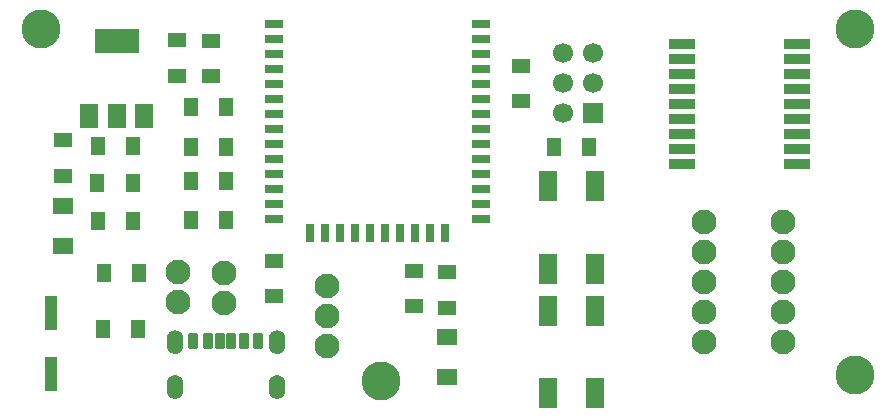
<source format=gbr>
%TF.GenerationSoftware,KiCad,Pcbnew,9.0.6*%
%TF.CreationDate,2026-01-13T16:21:38+05:30*%
%TF.ProjectId,Pen_Plotter,50656e5f-506c-46f7-9474-65722e6b6963,rev?*%
%TF.SameCoordinates,Original*%
%TF.FileFunction,Soldermask,Top*%
%TF.FilePolarity,Negative*%
%FSLAX46Y46*%
G04 Gerber Fmt 4.6, Leading zero omitted, Abs format (unit mm)*
G04 Created by KiCad (PCBNEW 9.0.6) date 2026-01-13 16:21:38*
%MOMM*%
%LPD*%
G01*
G04 APERTURE LIST*
G04 Aperture macros list*
%AMRoundRect*
0 Rectangle with rounded corners*
0 $1 Rounding radius*
0 $2 $3 $4 $5 $6 $7 $8 $9 X,Y pos of 4 corners*
0 Add a 4 corners polygon primitive as box body*
4,1,4,$2,$3,$4,$5,$6,$7,$8,$9,$2,$3,0*
0 Add four circle primitives for the rounded corners*
1,1,$1+$1,$2,$3*
1,1,$1+$1,$4,$5*
1,1,$1+$1,$6,$7*
1,1,$1+$1,$8,$9*
0 Add four rect primitives between the rounded corners*
20,1,$1+$1,$2,$3,$4,$5,0*
20,1,$1+$1,$4,$5,$6,$7,0*
20,1,$1+$1,$6,$7,$8,$9,0*
20,1,$1+$1,$8,$9,$2,$3,0*%
G04 Aperture macros list end*
%ADD10C,0.010000*%
%ADD11C,3.300000*%
%ADD12R,1.500000X2.000000*%
%ADD13R,3.800000X2.000000*%
%ADD14R,1.700000X1.700000*%
%ADD15C,1.700000*%
%ADD16R,1.600000X1.200000*%
%ADD17R,1.200000X1.600000*%
%ADD18C,2.100000*%
%ADD19RoundRect,0.102000X-1.016000X0.330200X-1.016000X-0.330200X1.016000X-0.330200X1.016000X0.330200X0*%
%ADD20R,1.700000X1.400000*%
%ADD21R,1.000000X3.000000*%
%ADD22RoundRect,0.102000X-0.300000X-0.600000X0.300000X-0.600000X0.300000X0.600000X-0.300000X0.600000X0*%
%ADD23R,1.500000X2.500000*%
%ADD24R,1.500000X0.800000*%
%ADD25R,0.800000X1.500000*%
G04 APERTURE END LIST*
D10*
%TO.C,J1*%
X69974000Y-120231000D02*
X70008000Y-120234000D01*
X70042000Y-120238000D01*
X70075000Y-120244000D01*
X70108000Y-120252000D01*
X70141000Y-120262000D01*
X70173000Y-120273000D01*
X70204000Y-120286000D01*
X70235000Y-120301000D01*
X70265000Y-120317000D01*
X70294000Y-120335000D01*
X70322000Y-120354000D01*
X70349000Y-120375000D01*
X70375000Y-120397000D01*
X70400000Y-120420000D01*
X70423000Y-120445000D01*
X70445000Y-120471000D01*
X70466000Y-120498000D01*
X70485000Y-120526000D01*
X70503000Y-120555000D01*
X70519000Y-120585000D01*
X70534000Y-120616000D01*
X70547000Y-120647000D01*
X70558000Y-120679000D01*
X70568000Y-120712000D01*
X70576000Y-120745000D01*
X70582000Y-120778000D01*
X70586000Y-120812000D01*
X70589000Y-120846000D01*
X70590000Y-120880000D01*
X70590000Y-121480000D01*
X70589000Y-121514000D01*
X70586000Y-121548000D01*
X70582000Y-121582000D01*
X70576000Y-121615000D01*
X70568000Y-121648000D01*
X70558000Y-121681000D01*
X70547000Y-121713000D01*
X70534000Y-121744000D01*
X70519000Y-121775000D01*
X70503000Y-121805000D01*
X70485000Y-121834000D01*
X70466000Y-121862000D01*
X70445000Y-121889000D01*
X70423000Y-121915000D01*
X70400000Y-121940000D01*
X70375000Y-121963000D01*
X70349000Y-121985000D01*
X70322000Y-122006000D01*
X70294000Y-122025000D01*
X70265000Y-122043000D01*
X70235000Y-122059000D01*
X70204000Y-122074000D01*
X70173000Y-122087000D01*
X70141000Y-122098000D01*
X70108000Y-122108000D01*
X70075000Y-122116000D01*
X70042000Y-122122000D01*
X70008000Y-122126000D01*
X69974000Y-122129000D01*
X69940000Y-122130000D01*
X69906000Y-122129000D01*
X69872000Y-122126000D01*
X69838000Y-122122000D01*
X69805000Y-122116000D01*
X69772000Y-122108000D01*
X69739000Y-122098000D01*
X69707000Y-122087000D01*
X69676000Y-122074000D01*
X69645000Y-122059000D01*
X69615000Y-122043000D01*
X69586000Y-122025000D01*
X69558000Y-122006000D01*
X69531000Y-121985000D01*
X69505000Y-121963000D01*
X69480000Y-121940000D01*
X69457000Y-121915000D01*
X69435000Y-121889000D01*
X69414000Y-121862000D01*
X69395000Y-121834000D01*
X69377000Y-121805000D01*
X69361000Y-121775000D01*
X69346000Y-121744000D01*
X69333000Y-121713000D01*
X69322000Y-121681000D01*
X69312000Y-121648000D01*
X69304000Y-121615000D01*
X69298000Y-121582000D01*
X69294000Y-121548000D01*
X69291000Y-121514000D01*
X69290000Y-121480000D01*
X69290000Y-120880000D01*
X69291000Y-120846000D01*
X69294000Y-120812000D01*
X69298000Y-120778000D01*
X69304000Y-120745000D01*
X69312000Y-120712000D01*
X69322000Y-120679000D01*
X69333000Y-120647000D01*
X69346000Y-120616000D01*
X69361000Y-120585000D01*
X69377000Y-120555000D01*
X69395000Y-120526000D01*
X69414000Y-120498000D01*
X69435000Y-120471000D01*
X69457000Y-120445000D01*
X69480000Y-120420000D01*
X69505000Y-120397000D01*
X69531000Y-120375000D01*
X69558000Y-120354000D01*
X69586000Y-120335000D01*
X69615000Y-120317000D01*
X69645000Y-120301000D01*
X69676000Y-120286000D01*
X69707000Y-120273000D01*
X69739000Y-120262000D01*
X69772000Y-120252000D01*
X69805000Y-120244000D01*
X69838000Y-120238000D01*
X69872000Y-120234000D01*
X69906000Y-120231000D01*
X69940000Y-120230000D01*
X69974000Y-120231000D01*
G36*
X69974000Y-120231000D02*
G01*
X70008000Y-120234000D01*
X70042000Y-120238000D01*
X70075000Y-120244000D01*
X70108000Y-120252000D01*
X70141000Y-120262000D01*
X70173000Y-120273000D01*
X70204000Y-120286000D01*
X70235000Y-120301000D01*
X70265000Y-120317000D01*
X70294000Y-120335000D01*
X70322000Y-120354000D01*
X70349000Y-120375000D01*
X70375000Y-120397000D01*
X70400000Y-120420000D01*
X70423000Y-120445000D01*
X70445000Y-120471000D01*
X70466000Y-120498000D01*
X70485000Y-120526000D01*
X70503000Y-120555000D01*
X70519000Y-120585000D01*
X70534000Y-120616000D01*
X70547000Y-120647000D01*
X70558000Y-120679000D01*
X70568000Y-120712000D01*
X70576000Y-120745000D01*
X70582000Y-120778000D01*
X70586000Y-120812000D01*
X70589000Y-120846000D01*
X70590000Y-120880000D01*
X70590000Y-121480000D01*
X70589000Y-121514000D01*
X70586000Y-121548000D01*
X70582000Y-121582000D01*
X70576000Y-121615000D01*
X70568000Y-121648000D01*
X70558000Y-121681000D01*
X70547000Y-121713000D01*
X70534000Y-121744000D01*
X70519000Y-121775000D01*
X70503000Y-121805000D01*
X70485000Y-121834000D01*
X70466000Y-121862000D01*
X70445000Y-121889000D01*
X70423000Y-121915000D01*
X70400000Y-121940000D01*
X70375000Y-121963000D01*
X70349000Y-121985000D01*
X70322000Y-122006000D01*
X70294000Y-122025000D01*
X70265000Y-122043000D01*
X70235000Y-122059000D01*
X70204000Y-122074000D01*
X70173000Y-122087000D01*
X70141000Y-122098000D01*
X70108000Y-122108000D01*
X70075000Y-122116000D01*
X70042000Y-122122000D01*
X70008000Y-122126000D01*
X69974000Y-122129000D01*
X69940000Y-122130000D01*
X69906000Y-122129000D01*
X69872000Y-122126000D01*
X69838000Y-122122000D01*
X69805000Y-122116000D01*
X69772000Y-122108000D01*
X69739000Y-122098000D01*
X69707000Y-122087000D01*
X69676000Y-122074000D01*
X69645000Y-122059000D01*
X69615000Y-122043000D01*
X69586000Y-122025000D01*
X69558000Y-122006000D01*
X69531000Y-121985000D01*
X69505000Y-121963000D01*
X69480000Y-121940000D01*
X69457000Y-121915000D01*
X69435000Y-121889000D01*
X69414000Y-121862000D01*
X69395000Y-121834000D01*
X69377000Y-121805000D01*
X69361000Y-121775000D01*
X69346000Y-121744000D01*
X69333000Y-121713000D01*
X69322000Y-121681000D01*
X69312000Y-121648000D01*
X69304000Y-121615000D01*
X69298000Y-121582000D01*
X69294000Y-121548000D01*
X69291000Y-121514000D01*
X69290000Y-121480000D01*
X69290000Y-120880000D01*
X69291000Y-120846000D01*
X69294000Y-120812000D01*
X69298000Y-120778000D01*
X69304000Y-120745000D01*
X69312000Y-120712000D01*
X69322000Y-120679000D01*
X69333000Y-120647000D01*
X69346000Y-120616000D01*
X69361000Y-120585000D01*
X69377000Y-120555000D01*
X69395000Y-120526000D01*
X69414000Y-120498000D01*
X69435000Y-120471000D01*
X69457000Y-120445000D01*
X69480000Y-120420000D01*
X69505000Y-120397000D01*
X69531000Y-120375000D01*
X69558000Y-120354000D01*
X69586000Y-120335000D01*
X69615000Y-120317000D01*
X69645000Y-120301000D01*
X69676000Y-120286000D01*
X69707000Y-120273000D01*
X69739000Y-120262000D01*
X69772000Y-120252000D01*
X69805000Y-120244000D01*
X69838000Y-120238000D01*
X69872000Y-120234000D01*
X69906000Y-120231000D01*
X69940000Y-120230000D01*
X69974000Y-120231000D01*
G37*
X69974000Y-124031000D02*
X70008000Y-124034000D01*
X70042000Y-124038000D01*
X70075000Y-124044000D01*
X70108000Y-124052000D01*
X70141000Y-124062000D01*
X70173000Y-124073000D01*
X70204000Y-124086000D01*
X70235000Y-124101000D01*
X70265000Y-124117000D01*
X70294000Y-124135000D01*
X70322000Y-124154000D01*
X70349000Y-124175000D01*
X70375000Y-124197000D01*
X70400000Y-124220000D01*
X70423000Y-124245000D01*
X70445000Y-124271000D01*
X70466000Y-124298000D01*
X70485000Y-124326000D01*
X70503000Y-124355000D01*
X70519000Y-124385000D01*
X70534000Y-124416000D01*
X70547000Y-124447000D01*
X70558000Y-124479000D01*
X70568000Y-124512000D01*
X70576000Y-124545000D01*
X70582000Y-124578000D01*
X70586000Y-124612000D01*
X70589000Y-124646000D01*
X70590000Y-124680000D01*
X70590000Y-125280000D01*
X70589000Y-125314000D01*
X70586000Y-125348000D01*
X70582000Y-125382000D01*
X70576000Y-125415000D01*
X70568000Y-125448000D01*
X70558000Y-125481000D01*
X70547000Y-125513000D01*
X70534000Y-125544000D01*
X70519000Y-125575000D01*
X70503000Y-125605000D01*
X70485000Y-125634000D01*
X70466000Y-125662000D01*
X70445000Y-125689000D01*
X70423000Y-125715000D01*
X70400000Y-125740000D01*
X70375000Y-125763000D01*
X70349000Y-125785000D01*
X70322000Y-125806000D01*
X70294000Y-125825000D01*
X70265000Y-125843000D01*
X70235000Y-125859000D01*
X70204000Y-125874000D01*
X70173000Y-125887000D01*
X70141000Y-125898000D01*
X70108000Y-125908000D01*
X70075000Y-125916000D01*
X70042000Y-125922000D01*
X70008000Y-125926000D01*
X69974000Y-125929000D01*
X69940000Y-125930000D01*
X69906000Y-125929000D01*
X69872000Y-125926000D01*
X69838000Y-125922000D01*
X69805000Y-125916000D01*
X69772000Y-125908000D01*
X69739000Y-125898000D01*
X69707000Y-125887000D01*
X69676000Y-125874000D01*
X69645000Y-125859000D01*
X69615000Y-125843000D01*
X69586000Y-125825000D01*
X69558000Y-125806000D01*
X69531000Y-125785000D01*
X69505000Y-125763000D01*
X69480000Y-125740000D01*
X69457000Y-125715000D01*
X69435000Y-125689000D01*
X69414000Y-125662000D01*
X69395000Y-125634000D01*
X69377000Y-125605000D01*
X69361000Y-125575000D01*
X69346000Y-125544000D01*
X69333000Y-125513000D01*
X69322000Y-125481000D01*
X69312000Y-125448000D01*
X69304000Y-125415000D01*
X69298000Y-125382000D01*
X69294000Y-125348000D01*
X69291000Y-125314000D01*
X69290000Y-125280000D01*
X69290000Y-124680000D01*
X69291000Y-124646000D01*
X69294000Y-124612000D01*
X69298000Y-124578000D01*
X69304000Y-124545000D01*
X69312000Y-124512000D01*
X69322000Y-124479000D01*
X69333000Y-124447000D01*
X69346000Y-124416000D01*
X69361000Y-124385000D01*
X69377000Y-124355000D01*
X69395000Y-124326000D01*
X69414000Y-124298000D01*
X69435000Y-124271000D01*
X69457000Y-124245000D01*
X69480000Y-124220000D01*
X69505000Y-124197000D01*
X69531000Y-124175000D01*
X69558000Y-124154000D01*
X69586000Y-124135000D01*
X69615000Y-124117000D01*
X69645000Y-124101000D01*
X69676000Y-124086000D01*
X69707000Y-124073000D01*
X69739000Y-124062000D01*
X69772000Y-124052000D01*
X69805000Y-124044000D01*
X69838000Y-124038000D01*
X69872000Y-124034000D01*
X69906000Y-124031000D01*
X69940000Y-124030000D01*
X69974000Y-124031000D01*
G36*
X69974000Y-124031000D02*
G01*
X70008000Y-124034000D01*
X70042000Y-124038000D01*
X70075000Y-124044000D01*
X70108000Y-124052000D01*
X70141000Y-124062000D01*
X70173000Y-124073000D01*
X70204000Y-124086000D01*
X70235000Y-124101000D01*
X70265000Y-124117000D01*
X70294000Y-124135000D01*
X70322000Y-124154000D01*
X70349000Y-124175000D01*
X70375000Y-124197000D01*
X70400000Y-124220000D01*
X70423000Y-124245000D01*
X70445000Y-124271000D01*
X70466000Y-124298000D01*
X70485000Y-124326000D01*
X70503000Y-124355000D01*
X70519000Y-124385000D01*
X70534000Y-124416000D01*
X70547000Y-124447000D01*
X70558000Y-124479000D01*
X70568000Y-124512000D01*
X70576000Y-124545000D01*
X70582000Y-124578000D01*
X70586000Y-124612000D01*
X70589000Y-124646000D01*
X70590000Y-124680000D01*
X70590000Y-125280000D01*
X70589000Y-125314000D01*
X70586000Y-125348000D01*
X70582000Y-125382000D01*
X70576000Y-125415000D01*
X70568000Y-125448000D01*
X70558000Y-125481000D01*
X70547000Y-125513000D01*
X70534000Y-125544000D01*
X70519000Y-125575000D01*
X70503000Y-125605000D01*
X70485000Y-125634000D01*
X70466000Y-125662000D01*
X70445000Y-125689000D01*
X70423000Y-125715000D01*
X70400000Y-125740000D01*
X70375000Y-125763000D01*
X70349000Y-125785000D01*
X70322000Y-125806000D01*
X70294000Y-125825000D01*
X70265000Y-125843000D01*
X70235000Y-125859000D01*
X70204000Y-125874000D01*
X70173000Y-125887000D01*
X70141000Y-125898000D01*
X70108000Y-125908000D01*
X70075000Y-125916000D01*
X70042000Y-125922000D01*
X70008000Y-125926000D01*
X69974000Y-125929000D01*
X69940000Y-125930000D01*
X69906000Y-125929000D01*
X69872000Y-125926000D01*
X69838000Y-125922000D01*
X69805000Y-125916000D01*
X69772000Y-125908000D01*
X69739000Y-125898000D01*
X69707000Y-125887000D01*
X69676000Y-125874000D01*
X69645000Y-125859000D01*
X69615000Y-125843000D01*
X69586000Y-125825000D01*
X69558000Y-125806000D01*
X69531000Y-125785000D01*
X69505000Y-125763000D01*
X69480000Y-125740000D01*
X69457000Y-125715000D01*
X69435000Y-125689000D01*
X69414000Y-125662000D01*
X69395000Y-125634000D01*
X69377000Y-125605000D01*
X69361000Y-125575000D01*
X69346000Y-125544000D01*
X69333000Y-125513000D01*
X69322000Y-125481000D01*
X69312000Y-125448000D01*
X69304000Y-125415000D01*
X69298000Y-125382000D01*
X69294000Y-125348000D01*
X69291000Y-125314000D01*
X69290000Y-125280000D01*
X69290000Y-124680000D01*
X69291000Y-124646000D01*
X69294000Y-124612000D01*
X69298000Y-124578000D01*
X69304000Y-124545000D01*
X69312000Y-124512000D01*
X69322000Y-124479000D01*
X69333000Y-124447000D01*
X69346000Y-124416000D01*
X69361000Y-124385000D01*
X69377000Y-124355000D01*
X69395000Y-124326000D01*
X69414000Y-124298000D01*
X69435000Y-124271000D01*
X69457000Y-124245000D01*
X69480000Y-124220000D01*
X69505000Y-124197000D01*
X69531000Y-124175000D01*
X69558000Y-124154000D01*
X69586000Y-124135000D01*
X69615000Y-124117000D01*
X69645000Y-124101000D01*
X69676000Y-124086000D01*
X69707000Y-124073000D01*
X69739000Y-124062000D01*
X69772000Y-124052000D01*
X69805000Y-124044000D01*
X69838000Y-124038000D01*
X69872000Y-124034000D01*
X69906000Y-124031000D01*
X69940000Y-124030000D01*
X69974000Y-124031000D01*
G37*
X78614000Y-120231000D02*
X78648000Y-120234000D01*
X78682000Y-120238000D01*
X78715000Y-120244000D01*
X78748000Y-120252000D01*
X78781000Y-120262000D01*
X78813000Y-120273000D01*
X78844000Y-120286000D01*
X78875000Y-120301000D01*
X78905000Y-120317000D01*
X78934000Y-120335000D01*
X78962000Y-120354000D01*
X78989000Y-120375000D01*
X79015000Y-120397000D01*
X79040000Y-120420000D01*
X79063000Y-120445000D01*
X79085000Y-120471000D01*
X79106000Y-120498000D01*
X79125000Y-120526000D01*
X79143000Y-120555000D01*
X79159000Y-120585000D01*
X79174000Y-120616000D01*
X79187000Y-120647000D01*
X79198000Y-120679000D01*
X79208000Y-120712000D01*
X79216000Y-120745000D01*
X79222000Y-120778000D01*
X79226000Y-120812000D01*
X79229000Y-120846000D01*
X79230000Y-120880000D01*
X79230000Y-121480000D01*
X79229000Y-121514000D01*
X79226000Y-121548000D01*
X79222000Y-121582000D01*
X79216000Y-121615000D01*
X79208000Y-121648000D01*
X79198000Y-121681000D01*
X79187000Y-121713000D01*
X79174000Y-121744000D01*
X79159000Y-121775000D01*
X79143000Y-121805000D01*
X79125000Y-121834000D01*
X79106000Y-121862000D01*
X79085000Y-121889000D01*
X79063000Y-121915000D01*
X79040000Y-121940000D01*
X79015000Y-121963000D01*
X78989000Y-121985000D01*
X78962000Y-122006000D01*
X78934000Y-122025000D01*
X78905000Y-122043000D01*
X78875000Y-122059000D01*
X78844000Y-122074000D01*
X78813000Y-122087000D01*
X78781000Y-122098000D01*
X78748000Y-122108000D01*
X78715000Y-122116000D01*
X78682000Y-122122000D01*
X78648000Y-122126000D01*
X78614000Y-122129000D01*
X78580000Y-122130000D01*
X78546000Y-122129000D01*
X78512000Y-122126000D01*
X78478000Y-122122000D01*
X78445000Y-122116000D01*
X78412000Y-122108000D01*
X78379000Y-122098000D01*
X78347000Y-122087000D01*
X78316000Y-122074000D01*
X78285000Y-122059000D01*
X78255000Y-122043000D01*
X78226000Y-122025000D01*
X78198000Y-122006000D01*
X78171000Y-121985000D01*
X78145000Y-121963000D01*
X78120000Y-121940000D01*
X78097000Y-121915000D01*
X78075000Y-121889000D01*
X78054000Y-121862000D01*
X78035000Y-121834000D01*
X78017000Y-121805000D01*
X78001000Y-121775000D01*
X77986000Y-121744000D01*
X77973000Y-121713000D01*
X77962000Y-121681000D01*
X77952000Y-121648000D01*
X77944000Y-121615000D01*
X77938000Y-121582000D01*
X77934000Y-121548000D01*
X77931000Y-121514000D01*
X77930000Y-121480000D01*
X77930000Y-120880000D01*
X77931000Y-120846000D01*
X77934000Y-120812000D01*
X77938000Y-120778000D01*
X77944000Y-120745000D01*
X77952000Y-120712000D01*
X77962000Y-120679000D01*
X77973000Y-120647000D01*
X77986000Y-120616000D01*
X78001000Y-120585000D01*
X78017000Y-120555000D01*
X78035000Y-120526000D01*
X78054000Y-120498000D01*
X78075000Y-120471000D01*
X78097000Y-120445000D01*
X78120000Y-120420000D01*
X78145000Y-120397000D01*
X78171000Y-120375000D01*
X78198000Y-120354000D01*
X78226000Y-120335000D01*
X78255000Y-120317000D01*
X78285000Y-120301000D01*
X78316000Y-120286000D01*
X78347000Y-120273000D01*
X78379000Y-120262000D01*
X78412000Y-120252000D01*
X78445000Y-120244000D01*
X78478000Y-120238000D01*
X78512000Y-120234000D01*
X78546000Y-120231000D01*
X78580000Y-120230000D01*
X78614000Y-120231000D01*
G36*
X78614000Y-120231000D02*
G01*
X78648000Y-120234000D01*
X78682000Y-120238000D01*
X78715000Y-120244000D01*
X78748000Y-120252000D01*
X78781000Y-120262000D01*
X78813000Y-120273000D01*
X78844000Y-120286000D01*
X78875000Y-120301000D01*
X78905000Y-120317000D01*
X78934000Y-120335000D01*
X78962000Y-120354000D01*
X78989000Y-120375000D01*
X79015000Y-120397000D01*
X79040000Y-120420000D01*
X79063000Y-120445000D01*
X79085000Y-120471000D01*
X79106000Y-120498000D01*
X79125000Y-120526000D01*
X79143000Y-120555000D01*
X79159000Y-120585000D01*
X79174000Y-120616000D01*
X79187000Y-120647000D01*
X79198000Y-120679000D01*
X79208000Y-120712000D01*
X79216000Y-120745000D01*
X79222000Y-120778000D01*
X79226000Y-120812000D01*
X79229000Y-120846000D01*
X79230000Y-120880000D01*
X79230000Y-121480000D01*
X79229000Y-121514000D01*
X79226000Y-121548000D01*
X79222000Y-121582000D01*
X79216000Y-121615000D01*
X79208000Y-121648000D01*
X79198000Y-121681000D01*
X79187000Y-121713000D01*
X79174000Y-121744000D01*
X79159000Y-121775000D01*
X79143000Y-121805000D01*
X79125000Y-121834000D01*
X79106000Y-121862000D01*
X79085000Y-121889000D01*
X79063000Y-121915000D01*
X79040000Y-121940000D01*
X79015000Y-121963000D01*
X78989000Y-121985000D01*
X78962000Y-122006000D01*
X78934000Y-122025000D01*
X78905000Y-122043000D01*
X78875000Y-122059000D01*
X78844000Y-122074000D01*
X78813000Y-122087000D01*
X78781000Y-122098000D01*
X78748000Y-122108000D01*
X78715000Y-122116000D01*
X78682000Y-122122000D01*
X78648000Y-122126000D01*
X78614000Y-122129000D01*
X78580000Y-122130000D01*
X78546000Y-122129000D01*
X78512000Y-122126000D01*
X78478000Y-122122000D01*
X78445000Y-122116000D01*
X78412000Y-122108000D01*
X78379000Y-122098000D01*
X78347000Y-122087000D01*
X78316000Y-122074000D01*
X78285000Y-122059000D01*
X78255000Y-122043000D01*
X78226000Y-122025000D01*
X78198000Y-122006000D01*
X78171000Y-121985000D01*
X78145000Y-121963000D01*
X78120000Y-121940000D01*
X78097000Y-121915000D01*
X78075000Y-121889000D01*
X78054000Y-121862000D01*
X78035000Y-121834000D01*
X78017000Y-121805000D01*
X78001000Y-121775000D01*
X77986000Y-121744000D01*
X77973000Y-121713000D01*
X77962000Y-121681000D01*
X77952000Y-121648000D01*
X77944000Y-121615000D01*
X77938000Y-121582000D01*
X77934000Y-121548000D01*
X77931000Y-121514000D01*
X77930000Y-121480000D01*
X77930000Y-120880000D01*
X77931000Y-120846000D01*
X77934000Y-120812000D01*
X77938000Y-120778000D01*
X77944000Y-120745000D01*
X77952000Y-120712000D01*
X77962000Y-120679000D01*
X77973000Y-120647000D01*
X77986000Y-120616000D01*
X78001000Y-120585000D01*
X78017000Y-120555000D01*
X78035000Y-120526000D01*
X78054000Y-120498000D01*
X78075000Y-120471000D01*
X78097000Y-120445000D01*
X78120000Y-120420000D01*
X78145000Y-120397000D01*
X78171000Y-120375000D01*
X78198000Y-120354000D01*
X78226000Y-120335000D01*
X78255000Y-120317000D01*
X78285000Y-120301000D01*
X78316000Y-120286000D01*
X78347000Y-120273000D01*
X78379000Y-120262000D01*
X78412000Y-120252000D01*
X78445000Y-120244000D01*
X78478000Y-120238000D01*
X78512000Y-120234000D01*
X78546000Y-120231000D01*
X78580000Y-120230000D01*
X78614000Y-120231000D01*
G37*
X78614000Y-124031000D02*
X78648000Y-124034000D01*
X78682000Y-124038000D01*
X78715000Y-124044000D01*
X78748000Y-124052000D01*
X78781000Y-124062000D01*
X78813000Y-124073000D01*
X78844000Y-124086000D01*
X78875000Y-124101000D01*
X78905000Y-124117000D01*
X78934000Y-124135000D01*
X78962000Y-124154000D01*
X78989000Y-124175000D01*
X79015000Y-124197000D01*
X79040000Y-124220000D01*
X79063000Y-124245000D01*
X79085000Y-124271000D01*
X79106000Y-124298000D01*
X79125000Y-124326000D01*
X79143000Y-124355000D01*
X79159000Y-124385000D01*
X79174000Y-124416000D01*
X79187000Y-124447000D01*
X79198000Y-124479000D01*
X79208000Y-124512000D01*
X79216000Y-124545000D01*
X79222000Y-124578000D01*
X79226000Y-124612000D01*
X79229000Y-124646000D01*
X79230000Y-124680000D01*
X79230000Y-125280000D01*
X79229000Y-125314000D01*
X79226000Y-125348000D01*
X79222000Y-125382000D01*
X79216000Y-125415000D01*
X79208000Y-125448000D01*
X79198000Y-125481000D01*
X79187000Y-125513000D01*
X79174000Y-125544000D01*
X79159000Y-125575000D01*
X79143000Y-125605000D01*
X79125000Y-125634000D01*
X79106000Y-125662000D01*
X79085000Y-125689000D01*
X79063000Y-125715000D01*
X79040000Y-125740000D01*
X79015000Y-125763000D01*
X78989000Y-125785000D01*
X78962000Y-125806000D01*
X78934000Y-125825000D01*
X78905000Y-125843000D01*
X78875000Y-125859000D01*
X78844000Y-125874000D01*
X78813000Y-125887000D01*
X78781000Y-125898000D01*
X78748000Y-125908000D01*
X78715000Y-125916000D01*
X78682000Y-125922000D01*
X78648000Y-125926000D01*
X78614000Y-125929000D01*
X78580000Y-125930000D01*
X78546000Y-125929000D01*
X78512000Y-125926000D01*
X78478000Y-125922000D01*
X78445000Y-125916000D01*
X78412000Y-125908000D01*
X78379000Y-125898000D01*
X78347000Y-125887000D01*
X78316000Y-125874000D01*
X78285000Y-125859000D01*
X78255000Y-125843000D01*
X78226000Y-125825000D01*
X78198000Y-125806000D01*
X78171000Y-125785000D01*
X78145000Y-125763000D01*
X78120000Y-125740000D01*
X78097000Y-125715000D01*
X78075000Y-125689000D01*
X78054000Y-125662000D01*
X78035000Y-125634000D01*
X78017000Y-125605000D01*
X78001000Y-125575000D01*
X77986000Y-125544000D01*
X77973000Y-125513000D01*
X77962000Y-125481000D01*
X77952000Y-125448000D01*
X77944000Y-125415000D01*
X77938000Y-125382000D01*
X77934000Y-125348000D01*
X77931000Y-125314000D01*
X77930000Y-125280000D01*
X77930000Y-124680000D01*
X77931000Y-124646000D01*
X77934000Y-124612000D01*
X77938000Y-124578000D01*
X77944000Y-124545000D01*
X77952000Y-124512000D01*
X77962000Y-124479000D01*
X77973000Y-124447000D01*
X77986000Y-124416000D01*
X78001000Y-124385000D01*
X78017000Y-124355000D01*
X78035000Y-124326000D01*
X78054000Y-124298000D01*
X78075000Y-124271000D01*
X78097000Y-124245000D01*
X78120000Y-124220000D01*
X78145000Y-124197000D01*
X78171000Y-124175000D01*
X78198000Y-124154000D01*
X78226000Y-124135000D01*
X78255000Y-124117000D01*
X78285000Y-124101000D01*
X78316000Y-124086000D01*
X78347000Y-124073000D01*
X78379000Y-124062000D01*
X78412000Y-124052000D01*
X78445000Y-124044000D01*
X78478000Y-124038000D01*
X78512000Y-124034000D01*
X78546000Y-124031000D01*
X78580000Y-124030000D01*
X78614000Y-124031000D01*
G36*
X78614000Y-124031000D02*
G01*
X78648000Y-124034000D01*
X78682000Y-124038000D01*
X78715000Y-124044000D01*
X78748000Y-124052000D01*
X78781000Y-124062000D01*
X78813000Y-124073000D01*
X78844000Y-124086000D01*
X78875000Y-124101000D01*
X78905000Y-124117000D01*
X78934000Y-124135000D01*
X78962000Y-124154000D01*
X78989000Y-124175000D01*
X79015000Y-124197000D01*
X79040000Y-124220000D01*
X79063000Y-124245000D01*
X79085000Y-124271000D01*
X79106000Y-124298000D01*
X79125000Y-124326000D01*
X79143000Y-124355000D01*
X79159000Y-124385000D01*
X79174000Y-124416000D01*
X79187000Y-124447000D01*
X79198000Y-124479000D01*
X79208000Y-124512000D01*
X79216000Y-124545000D01*
X79222000Y-124578000D01*
X79226000Y-124612000D01*
X79229000Y-124646000D01*
X79230000Y-124680000D01*
X79230000Y-125280000D01*
X79229000Y-125314000D01*
X79226000Y-125348000D01*
X79222000Y-125382000D01*
X79216000Y-125415000D01*
X79208000Y-125448000D01*
X79198000Y-125481000D01*
X79187000Y-125513000D01*
X79174000Y-125544000D01*
X79159000Y-125575000D01*
X79143000Y-125605000D01*
X79125000Y-125634000D01*
X79106000Y-125662000D01*
X79085000Y-125689000D01*
X79063000Y-125715000D01*
X79040000Y-125740000D01*
X79015000Y-125763000D01*
X78989000Y-125785000D01*
X78962000Y-125806000D01*
X78934000Y-125825000D01*
X78905000Y-125843000D01*
X78875000Y-125859000D01*
X78844000Y-125874000D01*
X78813000Y-125887000D01*
X78781000Y-125898000D01*
X78748000Y-125908000D01*
X78715000Y-125916000D01*
X78682000Y-125922000D01*
X78648000Y-125926000D01*
X78614000Y-125929000D01*
X78580000Y-125930000D01*
X78546000Y-125929000D01*
X78512000Y-125926000D01*
X78478000Y-125922000D01*
X78445000Y-125916000D01*
X78412000Y-125908000D01*
X78379000Y-125898000D01*
X78347000Y-125887000D01*
X78316000Y-125874000D01*
X78285000Y-125859000D01*
X78255000Y-125843000D01*
X78226000Y-125825000D01*
X78198000Y-125806000D01*
X78171000Y-125785000D01*
X78145000Y-125763000D01*
X78120000Y-125740000D01*
X78097000Y-125715000D01*
X78075000Y-125689000D01*
X78054000Y-125662000D01*
X78035000Y-125634000D01*
X78017000Y-125605000D01*
X78001000Y-125575000D01*
X77986000Y-125544000D01*
X77973000Y-125513000D01*
X77962000Y-125481000D01*
X77952000Y-125448000D01*
X77944000Y-125415000D01*
X77938000Y-125382000D01*
X77934000Y-125348000D01*
X77931000Y-125314000D01*
X77930000Y-125280000D01*
X77930000Y-124680000D01*
X77931000Y-124646000D01*
X77934000Y-124612000D01*
X77938000Y-124578000D01*
X77944000Y-124545000D01*
X77952000Y-124512000D01*
X77962000Y-124479000D01*
X77973000Y-124447000D01*
X77986000Y-124416000D01*
X78001000Y-124385000D01*
X78017000Y-124355000D01*
X78035000Y-124326000D01*
X78054000Y-124298000D01*
X78075000Y-124271000D01*
X78097000Y-124245000D01*
X78120000Y-124220000D01*
X78145000Y-124197000D01*
X78171000Y-124175000D01*
X78198000Y-124154000D01*
X78226000Y-124135000D01*
X78255000Y-124117000D01*
X78285000Y-124101000D01*
X78316000Y-124086000D01*
X78347000Y-124073000D01*
X78379000Y-124062000D01*
X78412000Y-124052000D01*
X78445000Y-124044000D01*
X78478000Y-124038000D01*
X78512000Y-124034000D01*
X78546000Y-124031000D01*
X78580000Y-124030000D01*
X78614000Y-124031000D01*
G37*
%TD*%
D11*
%TO.C,H2*%
X127590000Y-94710000D03*
%TD*%
%TO.C,H3*%
X58620000Y-94710000D03*
%TD*%
%TO.C,H4*%
X87430000Y-124520000D03*
%TD*%
%TO.C,H1*%
X127590000Y-123970000D03*
%TD*%
D12*
%TO.C,U2*%
X62740000Y-102050000D03*
X65040000Y-102050000D03*
D13*
X65040000Y-95750000D03*
D12*
X67340000Y-102050000D03*
%TD*%
D14*
%TO.C,J4*%
X105370000Y-101790000D03*
D15*
X102830000Y-101790000D03*
X105370000Y-99250000D03*
X102830000Y-99250000D03*
X105370000Y-96710000D03*
X102830000Y-96710000D03*
%TD*%
D16*
%TO.C,R2*%
X93020000Y-118310000D03*
X93020000Y-115310000D03*
%TD*%
D17*
%TO.C,R10*%
X74300000Y-107620000D03*
X71300000Y-107620000D03*
%TD*%
D18*
%TO.C,J3*%
X114730000Y-121200000D03*
X114730000Y-118660000D03*
X114730000Y-116120000D03*
X114730000Y-113580000D03*
X114730000Y-111040000D03*
%TD*%
D19*
%TO.C,U4*%
X112867800Y-95960000D03*
X112867800Y-97230000D03*
X112867800Y-98500000D03*
X112867800Y-99770000D03*
X112867800Y-101040000D03*
X112867800Y-102310000D03*
X112867800Y-103580000D03*
X112867800Y-104850000D03*
X112867800Y-106120000D03*
X122672200Y-106120000D03*
X122672200Y-104850000D03*
X122672200Y-103580000D03*
X122672200Y-102310000D03*
X122672200Y-101040000D03*
X122672200Y-99770000D03*
X122672200Y-98500000D03*
X122672200Y-97230000D03*
X122672200Y-95960000D03*
%TD*%
D17*
%TO.C,C7*%
X63880000Y-120080000D03*
X66880000Y-120080000D03*
%TD*%
D20*
%TO.C,D2*%
X60510000Y-113060000D03*
X60510000Y-109660000D03*
%TD*%
D18*
%TO.C,J7*%
X82840000Y-116450000D03*
X82840000Y-118990000D03*
X82840000Y-121530000D03*
%TD*%
D17*
%TO.C,C4*%
X66420000Y-104580000D03*
X63420000Y-104580000D03*
%TD*%
%TO.C,R9*%
X74300000Y-110880000D03*
X71300000Y-110880000D03*
%TD*%
D21*
%TO.C,C9*%
X59460000Y-118760000D03*
X59460000Y-123960000D03*
%TD*%
D18*
%TO.C,J5*%
X74140000Y-115330000D03*
X74140000Y-117870000D03*
%TD*%
D17*
%TO.C,R4*%
X71300000Y-101340000D03*
X74300000Y-101340000D03*
%TD*%
D20*
%TO.C,D1*%
X93050000Y-124177500D03*
X93050000Y-120777500D03*
%TD*%
D17*
%TO.C,C3*%
X66430000Y-111000000D03*
X63430000Y-111000000D03*
%TD*%
D22*
%TO.C,J1*%
X73760000Y-121100000D03*
X75780000Y-121100000D03*
X77010000Y-121100000D03*
X74760000Y-121100000D03*
X72740000Y-121100000D03*
X71510000Y-121100000D03*
%TD*%
D17*
%TO.C,R7*%
X102060000Y-104680000D03*
X105060000Y-104680000D03*
%TD*%
D16*
%TO.C,R8*%
X90180000Y-118170000D03*
X90180000Y-115170000D03*
%TD*%
%TO.C,C2*%
X70182880Y-95680337D03*
X70182880Y-98680337D03*
%TD*%
D23*
%TO.C,SW2*%
X105570000Y-118550000D03*
X105570000Y-125550000D03*
X101570000Y-118550000D03*
X101570000Y-125550000D03*
%TD*%
D17*
%TO.C,C5*%
X71300000Y-104700000D03*
X74300000Y-104700000D03*
%TD*%
D24*
%TO.C,U1*%
X78360000Y-94250000D03*
X78360000Y-95520000D03*
X78360000Y-96790000D03*
X78360000Y-98060000D03*
X78360000Y-99330000D03*
X78360000Y-100600000D03*
X78360000Y-101870000D03*
X78360000Y-103140000D03*
X78360000Y-104410000D03*
X78360000Y-105680000D03*
X78360000Y-106950000D03*
X78360000Y-108220000D03*
X78360000Y-109490000D03*
X78360000Y-110760000D03*
D25*
X81400000Y-112010000D03*
X82670000Y-112010000D03*
X83940000Y-112010000D03*
X85210000Y-112010000D03*
X86480000Y-112010000D03*
X87750000Y-112010000D03*
X89020000Y-112010000D03*
X90290000Y-112010000D03*
X91560000Y-112010000D03*
X92830000Y-112010000D03*
D24*
X95860000Y-110760000D03*
X95860000Y-109490000D03*
X95860000Y-108220000D03*
X95860000Y-106950000D03*
X95860000Y-105680000D03*
X95860000Y-104410000D03*
X95860000Y-103140000D03*
X95860000Y-101870000D03*
X95860000Y-100600000D03*
X95860000Y-99330000D03*
X95860000Y-98060000D03*
X95860000Y-96790000D03*
X95860000Y-95520000D03*
X95860000Y-94250000D03*
%TD*%
D18*
%TO.C,J6*%
X70220000Y-115320000D03*
X70220000Y-117860000D03*
%TD*%
D16*
%TO.C,C1*%
X72992880Y-95690337D03*
X72992880Y-98690337D03*
%TD*%
D18*
%TO.C,J2*%
X121470000Y-111050000D03*
X121470000Y-113590000D03*
X121470000Y-116130000D03*
X121470000Y-118670000D03*
X121470000Y-121210000D03*
%TD*%
D16*
%TO.C,R3*%
X60500000Y-104140000D03*
X60500000Y-107140000D03*
%TD*%
D17*
%TO.C,R1*%
X63400000Y-107740000D03*
X66400000Y-107740000D03*
%TD*%
D16*
%TO.C,R6*%
X99250000Y-100830000D03*
X99250000Y-97830000D03*
%TD*%
D17*
%TO.C,C8*%
X63930000Y-115340000D03*
X66930000Y-115340000D03*
%TD*%
D16*
%TO.C,R11*%
X78370000Y-117330000D03*
X78370000Y-114330000D03*
%TD*%
D23*
%TO.C,SW1*%
X105570000Y-108010000D03*
X105570000Y-115010000D03*
X101570000Y-108010000D03*
X101570000Y-115010000D03*
%TD*%
M02*

</source>
